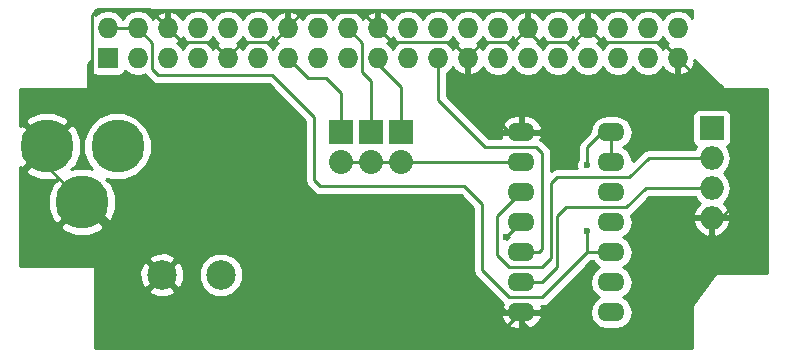
<source format=gbr>
G04 #@! TF.FileFunction,Copper,L1,Top,Signal*
%FSLAX46Y46*%
G04 Gerber Fmt 4.6, Leading zero omitted, Abs format (unit mm)*
G04 Created by KiCad (PCBNEW 4.0.6-e0-6349~53~ubuntu16.04.1) date Fri Jun 23 16:13:46 2017*
%MOMM*%
%LPD*%
G01*
G04 APERTURE LIST*
%ADD10C,0.100000*%
%ADD11R,1.727200X1.727200*%
%ADD12O,1.727200X1.727200*%
%ADD13C,4.500000*%
%ADD14C,2.500000*%
%ADD15O,1.998980X1.998980*%
%ADD16R,1.998980X1.998980*%
%ADD17R,2.032000X2.032000*%
%ADD18O,2.032000X2.032000*%
%ADD19O,2.300000X1.600000*%
%ADD20C,0.600000*%
%ADD21C,0.250000*%
%ADD22C,0.254000*%
G04 APERTURE END LIST*
D10*
D11*
X20870000Y-29270000D03*
D12*
X20870000Y-26730000D03*
X23410000Y-29270000D03*
X23410000Y-26730000D03*
X25950000Y-29270000D03*
X25950000Y-26730000D03*
X28490000Y-29270000D03*
X28490000Y-26730000D03*
X31030000Y-29270000D03*
X31030000Y-26730000D03*
X33570000Y-29270000D03*
X33570000Y-26730000D03*
X36110000Y-29270000D03*
X36110000Y-26730000D03*
X38650000Y-29270000D03*
X38650000Y-26730000D03*
X41190000Y-29270000D03*
X41190000Y-26730000D03*
X43730000Y-29270000D03*
X43730000Y-26730000D03*
X46270000Y-29270000D03*
X46270000Y-26730000D03*
X48810000Y-29270000D03*
X48810000Y-26730000D03*
X51350000Y-29270000D03*
X51350000Y-26730000D03*
X53890000Y-29270000D03*
X53890000Y-26730000D03*
X56430000Y-29270000D03*
X56430000Y-26730000D03*
X58970000Y-29270000D03*
X58970000Y-26730000D03*
X61510000Y-29270000D03*
X61510000Y-26730000D03*
X64050000Y-29270000D03*
X64050000Y-26730000D03*
X66590000Y-29270000D03*
X66590000Y-26730000D03*
X69130000Y-29270000D03*
X69130000Y-26730000D03*
D13*
X21700140Y-36750000D03*
X15700660Y-36750000D03*
X18700400Y-41449000D03*
D14*
X25440000Y-47625000D03*
X30440000Y-47625000D03*
D15*
X72000000Y-42810000D03*
D16*
X72000000Y-35190000D03*
D15*
X72000000Y-37730000D03*
X72000000Y-40270000D03*
D17*
X45720000Y-35560000D03*
D18*
X45720000Y-38100000D03*
D17*
X40640000Y-35560000D03*
D18*
X40640000Y-38100000D03*
D17*
X43180000Y-35560000D03*
D18*
X43180000Y-38100000D03*
D19*
X55880000Y-35560000D03*
X55880000Y-38100000D03*
X55880000Y-40640000D03*
X55880000Y-43180000D03*
X55880000Y-45720000D03*
X55880000Y-48260000D03*
X55880000Y-50800000D03*
X63500000Y-50800000D03*
X63500000Y-48260000D03*
X63500000Y-45720000D03*
X63500000Y-43180000D03*
X63500000Y-40640000D03*
X63500000Y-38100000D03*
X63500000Y-35560000D03*
D20*
X54102000Y-50292000D03*
X54610000Y-44450000D03*
X61468000Y-43942000D03*
X61468000Y-38354000D03*
D21*
X18700400Y-41449000D02*
X19264000Y-41449000D01*
X19264000Y-41449000D02*
X25440000Y-47625000D01*
X25654000Y-52832000D02*
X25400000Y-52832000D01*
X55880000Y-50800000D02*
X53848000Y-52832000D01*
X25654000Y-52832000D02*
X53848000Y-52832000D01*
X24130000Y-48935000D02*
X25440000Y-47625000D01*
X24130000Y-51562000D02*
X24130000Y-48935000D01*
X25400000Y-52832000D02*
X24130000Y-51562000D01*
X15700660Y-36750000D02*
X15828000Y-36750000D01*
X15828000Y-36750000D02*
X19558000Y-33020000D01*
X24366000Y-25146000D02*
X25950000Y-26730000D01*
X20066000Y-25146000D02*
X24366000Y-25146000D01*
X19558000Y-25654000D02*
X20066000Y-25146000D01*
X19558000Y-33020000D02*
X19558000Y-25654000D01*
X55880000Y-43180000D02*
X54610000Y-44450000D01*
X54610000Y-50800000D02*
X55880000Y-50800000D01*
X54102000Y-50292000D02*
X54610000Y-50800000D01*
X55880000Y-50800000D02*
X55880000Y-51562000D01*
X55880000Y-51562000D02*
X57150000Y-52832000D01*
X72000000Y-47126000D02*
X72000000Y-42810000D01*
X66294000Y-52832000D02*
X72000000Y-47126000D01*
X57150000Y-52832000D02*
X66294000Y-52832000D01*
X15700660Y-36750000D02*
X15700660Y-38449260D01*
X15700660Y-38449260D02*
X18700400Y-41449000D01*
X72000000Y-42810000D02*
X72760000Y-42810000D01*
X72760000Y-42810000D02*
X73914000Y-41656000D01*
X73914000Y-41656000D02*
X73914000Y-34054000D01*
X73914000Y-34054000D02*
X69130000Y-29270000D01*
X61510000Y-26730000D02*
X61528000Y-26730000D01*
X61528000Y-26730000D02*
X62738000Y-27940000D01*
X67800000Y-27940000D02*
X69130000Y-29270000D01*
X62738000Y-27940000D02*
X67800000Y-27940000D01*
X56430000Y-26730000D02*
X56430000Y-26966000D01*
X56430000Y-26966000D02*
X57404000Y-27940000D01*
X60300000Y-27940000D02*
X61510000Y-26730000D01*
X57404000Y-27940000D02*
X60300000Y-27940000D01*
X51350000Y-29270000D02*
X51350000Y-29168000D01*
X51350000Y-29168000D02*
X52578000Y-27940000D01*
X55220000Y-27940000D02*
X56430000Y-26730000D01*
X52578000Y-27940000D02*
X55220000Y-27940000D01*
X43730000Y-26730000D02*
X43748000Y-26730000D01*
X43748000Y-26730000D02*
X44958000Y-27940000D01*
X50020000Y-27940000D02*
X51350000Y-29270000D01*
X44958000Y-27940000D02*
X50020000Y-27940000D01*
X36110000Y-26730000D02*
X36110000Y-26628000D01*
X36110000Y-26628000D02*
X37338000Y-25400000D01*
X42400000Y-25400000D02*
X43730000Y-26730000D01*
X37338000Y-25400000D02*
X42400000Y-25400000D01*
X31030000Y-29270000D02*
X31030000Y-29168000D01*
X31030000Y-29168000D02*
X32258000Y-27940000D01*
X34900000Y-27940000D02*
X36110000Y-26730000D01*
X32258000Y-27940000D02*
X34900000Y-27940000D01*
X25950000Y-26730000D02*
X25968000Y-26730000D01*
X25968000Y-26730000D02*
X27178000Y-27940000D01*
X27178000Y-27940000D02*
X29700000Y-27940000D01*
X29700000Y-27940000D02*
X31030000Y-29270000D01*
X55880000Y-35560000D02*
X54864000Y-35560000D01*
X54864000Y-35560000D02*
X51350000Y-32046000D01*
X51350000Y-32046000D02*
X51350000Y-29270000D01*
X63500000Y-35560000D02*
X62738000Y-35560000D01*
X62738000Y-35560000D02*
X61468000Y-36830000D01*
X61468000Y-43942000D02*
X61468000Y-45720000D01*
X61468000Y-36830000D02*
X61468000Y-38354000D01*
X63500000Y-35560000D02*
X63500000Y-38100000D01*
X23410000Y-26730000D02*
X20870000Y-26730000D01*
X63500000Y-45720000D02*
X61468000Y-45720000D01*
X24638000Y-27958000D02*
X23410000Y-26730000D01*
X24638000Y-30226000D02*
X24638000Y-27958000D01*
X25146000Y-30734000D02*
X24638000Y-30226000D01*
X34798000Y-30734000D02*
X25146000Y-30734000D01*
X38354000Y-34290000D02*
X34798000Y-30734000D01*
X38354000Y-39624000D02*
X38354000Y-34290000D01*
X38862000Y-40132000D02*
X38354000Y-39624000D01*
X51054000Y-40132000D02*
X38862000Y-40132000D01*
X52578000Y-41656000D02*
X51054000Y-40132000D01*
X52578000Y-47244000D02*
X52578000Y-41656000D01*
X54864000Y-49530000D02*
X52578000Y-47244000D01*
X57658000Y-49530000D02*
X54864000Y-49530000D01*
X61468000Y-45720000D02*
X57658000Y-49530000D01*
X40640000Y-35560000D02*
X40640000Y-32258000D01*
X37828000Y-30988000D02*
X36110000Y-29270000D01*
X39370000Y-30988000D02*
X37828000Y-30988000D01*
X40640000Y-32258000D02*
X39370000Y-30988000D01*
X43180000Y-35560000D02*
X43180000Y-31242000D01*
X42418000Y-27958000D02*
X41190000Y-26730000D01*
X42418000Y-30480000D02*
X42418000Y-27958000D01*
X43180000Y-31242000D02*
X42418000Y-30480000D01*
X45720000Y-35560000D02*
X45720000Y-31750000D01*
X45720000Y-31750000D02*
X43730000Y-29760000D01*
X43730000Y-29760000D02*
X43730000Y-29270000D01*
X55880000Y-45720000D02*
X57404000Y-45720000D01*
X48810000Y-32808000D02*
X48810000Y-29270000D01*
X52832000Y-36830000D02*
X48810000Y-32808000D01*
X57150000Y-36830000D02*
X52832000Y-36830000D01*
X57658000Y-37338000D02*
X57150000Y-36830000D01*
X57658000Y-45466000D02*
X57658000Y-37338000D01*
X57404000Y-45720000D02*
X57658000Y-45466000D01*
X40640000Y-38100000D02*
X43180000Y-38100000D01*
X43180000Y-38100000D02*
X45720000Y-38100000D01*
X45720000Y-38100000D02*
X55880000Y-38100000D01*
X72000000Y-37730000D02*
X66664000Y-37730000D01*
X53848000Y-42672000D02*
X55880000Y-40640000D01*
X53848000Y-45974000D02*
X53848000Y-42672000D01*
X54864000Y-46990000D02*
X53848000Y-45974000D01*
X57658000Y-46990000D02*
X54864000Y-46990000D01*
X58420000Y-46228000D02*
X57658000Y-46990000D01*
X58420000Y-39878000D02*
X58420000Y-46228000D01*
X58928000Y-39370000D02*
X58420000Y-39878000D01*
X65024000Y-39370000D02*
X58928000Y-39370000D01*
X66664000Y-37730000D02*
X65024000Y-39370000D01*
X72000000Y-40270000D02*
X66410000Y-40270000D01*
X57658000Y-48260000D02*
X55880000Y-48260000D01*
X58928000Y-46990000D02*
X57658000Y-48260000D01*
X58928000Y-42614002D02*
X58928000Y-46990000D01*
X59632002Y-41910000D02*
X58928000Y-42614002D01*
X64770000Y-41910000D02*
X59632002Y-41910000D01*
X66410000Y-40270000D02*
X64770000Y-41910000D01*
D22*
G36*
X51477000Y-29143000D02*
X51497000Y-29143000D01*
X51497000Y-29397000D01*
X51477000Y-29397000D01*
X51477000Y-30603817D01*
X51709026Y-30724958D01*
X52124947Y-30552688D01*
X52556821Y-30158490D01*
X52614336Y-30035772D01*
X52830330Y-30359029D01*
X53316511Y-30683885D01*
X53890000Y-30797959D01*
X54463489Y-30683885D01*
X54949670Y-30359029D01*
X55160000Y-30044248D01*
X55370330Y-30359029D01*
X55856511Y-30683885D01*
X56430000Y-30797959D01*
X57003489Y-30683885D01*
X57489670Y-30359029D01*
X57700000Y-30044248D01*
X57910330Y-30359029D01*
X58396511Y-30683885D01*
X58970000Y-30797959D01*
X59543489Y-30683885D01*
X60029670Y-30359029D01*
X60240000Y-30044248D01*
X60450330Y-30359029D01*
X60936511Y-30683885D01*
X61510000Y-30797959D01*
X62083489Y-30683885D01*
X62569670Y-30359029D01*
X62780000Y-30044248D01*
X62990330Y-30359029D01*
X63476511Y-30683885D01*
X64050000Y-30797959D01*
X64623489Y-30683885D01*
X65109670Y-30359029D01*
X65320000Y-30044248D01*
X65530330Y-30359029D01*
X66016511Y-30683885D01*
X66590000Y-30797959D01*
X67163489Y-30683885D01*
X67649670Y-30359029D01*
X67865664Y-30035772D01*
X67923179Y-30158490D01*
X68355053Y-30552688D01*
X68770974Y-30724958D01*
X69003000Y-30603817D01*
X69003000Y-29397000D01*
X68983000Y-29397000D01*
X68983000Y-29143000D01*
X69003000Y-29143000D01*
X69003000Y-29123000D01*
X69257000Y-29123000D01*
X69257000Y-29143000D01*
X69277000Y-29143000D01*
X69277000Y-29397000D01*
X69257000Y-29397000D01*
X69257000Y-30603817D01*
X69489026Y-30724958D01*
X69904947Y-30552688D01*
X70336821Y-30158490D01*
X70584968Y-29629027D01*
X70464470Y-29397002D01*
X70492396Y-29397002D01*
X72935197Y-31839803D01*
X72977211Y-31867666D01*
X73025000Y-31877000D01*
X76708000Y-31877000D01*
X76708000Y-47498000D01*
X72390000Y-47498000D01*
X72340590Y-47508006D01*
X72288400Y-47548800D01*
X70383400Y-50088800D01*
X70361759Y-50134332D01*
X70358000Y-50165000D01*
X70358000Y-53815000D01*
X19812000Y-53815000D01*
X19812000Y-51149039D01*
X54138096Y-51149039D01*
X54155633Y-51231819D01*
X54425500Y-51724896D01*
X54863517Y-52077166D01*
X55403000Y-52235000D01*
X55753000Y-52235000D01*
X55753000Y-50927000D01*
X56007000Y-50927000D01*
X56007000Y-52235000D01*
X56357000Y-52235000D01*
X56896483Y-52077166D01*
X57334500Y-51724896D01*
X57604367Y-51231819D01*
X57621904Y-51149039D01*
X57499915Y-50927000D01*
X56007000Y-50927000D01*
X55753000Y-50927000D01*
X54260085Y-50927000D01*
X54138096Y-51149039D01*
X19812000Y-51149039D01*
X19812000Y-48958320D01*
X24286285Y-48958320D01*
X24415533Y-49251123D01*
X25115806Y-49519388D01*
X25865435Y-49499250D01*
X26464467Y-49251123D01*
X26593715Y-48958320D01*
X25440000Y-47804605D01*
X24286285Y-48958320D01*
X19812000Y-48958320D01*
X19812000Y-47300806D01*
X23545612Y-47300806D01*
X23565750Y-48050435D01*
X23813877Y-48649467D01*
X24106680Y-48778715D01*
X25260395Y-47625000D01*
X25619605Y-47625000D01*
X26773320Y-48778715D01*
X27066123Y-48649467D01*
X27315574Y-47998305D01*
X28554674Y-47998305D01*
X28841043Y-48691372D01*
X29370839Y-49222093D01*
X30063405Y-49509672D01*
X30813305Y-49510326D01*
X31506372Y-49223957D01*
X32037093Y-48694161D01*
X32324672Y-48001595D01*
X32325326Y-47251695D01*
X32038957Y-46558628D01*
X31509161Y-46027907D01*
X30816595Y-45740328D01*
X30066695Y-45739674D01*
X29373628Y-46026043D01*
X28842907Y-46555839D01*
X28555328Y-47248405D01*
X28554674Y-47998305D01*
X27315574Y-47998305D01*
X27334388Y-47949194D01*
X27314250Y-47199565D01*
X27066123Y-46600533D01*
X26773320Y-46471285D01*
X25619605Y-47625000D01*
X25260395Y-47625000D01*
X24106680Y-46471285D01*
X23813877Y-46600533D01*
X23545612Y-47300806D01*
X19812000Y-47300806D01*
X19812000Y-46990000D01*
X19801994Y-46940590D01*
X19773553Y-46898965D01*
X19731159Y-46871685D01*
X19685000Y-46863000D01*
X13462000Y-46863000D01*
X13462000Y-46291680D01*
X24286285Y-46291680D01*
X25440000Y-47445395D01*
X26593715Y-46291680D01*
X26464467Y-45998877D01*
X25764194Y-45730612D01*
X25014565Y-45750750D01*
X24415533Y-45998877D01*
X24286285Y-46291680D01*
X13462000Y-46291680D01*
X13462000Y-43504467D01*
X16824538Y-43504467D01*
X17075775Y-43901169D01*
X18137846Y-44336227D01*
X19285562Y-44331730D01*
X20325025Y-43901169D01*
X20576262Y-43504467D01*
X18700400Y-41628605D01*
X16824538Y-43504467D01*
X13462000Y-43504467D01*
X13462000Y-38805467D01*
X13824798Y-38805467D01*
X14076035Y-39202169D01*
X15138106Y-39637227D01*
X16285822Y-39632730D01*
X16581887Y-39510095D01*
X16644931Y-39573139D01*
X16248231Y-39824375D01*
X15813173Y-40886446D01*
X15817670Y-42034162D01*
X16248231Y-43073625D01*
X16644933Y-43324862D01*
X18520795Y-41449000D01*
X18506653Y-41434858D01*
X18686258Y-41255253D01*
X18700400Y-41269395D01*
X18714543Y-41255253D01*
X18894148Y-41434858D01*
X18880005Y-41449000D01*
X20755867Y-43324862D01*
X21152569Y-43073625D01*
X21587627Y-42011554D01*
X21583130Y-40863838D01*
X21152569Y-39824375D01*
X20755869Y-39573139D01*
X20820454Y-39508554D01*
X21123760Y-39634498D01*
X22271484Y-39635499D01*
X23332226Y-39197210D01*
X24144497Y-38386355D01*
X24584638Y-37326380D01*
X24585639Y-36178656D01*
X24147350Y-35117914D01*
X23336495Y-34305643D01*
X22276520Y-33865502D01*
X21128796Y-33864501D01*
X20068054Y-34302790D01*
X19255783Y-35113645D01*
X18815642Y-36173620D01*
X18814641Y-37321344D01*
X19252930Y-38382086D01*
X19549462Y-38679136D01*
X19262954Y-38561773D01*
X18115238Y-38566270D01*
X17819173Y-38688905D01*
X17756129Y-38625861D01*
X18152829Y-38374625D01*
X18587887Y-37312554D01*
X18583390Y-36164838D01*
X18152829Y-35125375D01*
X17756127Y-34874138D01*
X15880265Y-36750000D01*
X15894408Y-36764143D01*
X15714803Y-36943748D01*
X15700660Y-36929605D01*
X13824798Y-38805467D01*
X13462000Y-38805467D01*
X13462000Y-38509843D01*
X13645193Y-38625862D01*
X15521055Y-36750000D01*
X13645193Y-34874138D01*
X13462000Y-34990157D01*
X13462000Y-34694533D01*
X13824798Y-34694533D01*
X15700660Y-36570395D01*
X17576522Y-34694533D01*
X17325285Y-34297831D01*
X16263214Y-33862773D01*
X15115498Y-33867270D01*
X14076035Y-34297831D01*
X13824798Y-34694533D01*
X13462000Y-34694533D01*
X13462000Y-31877000D01*
X19050000Y-31877000D01*
X19099410Y-31866994D01*
X19141035Y-31838553D01*
X19168315Y-31796159D01*
X19177000Y-31750000D01*
X19177000Y-29874980D01*
X19358960Y-29511060D01*
X19358960Y-30133600D01*
X19403238Y-30368917D01*
X19542310Y-30585041D01*
X19754510Y-30730031D01*
X20006400Y-30781040D01*
X21733600Y-30781040D01*
X21968917Y-30736762D01*
X22185041Y-30597690D01*
X22330031Y-30385490D01*
X22338864Y-30341869D01*
X22350330Y-30359029D01*
X22836511Y-30683885D01*
X23410000Y-30797959D01*
X23983489Y-30683885D01*
X24027721Y-30654330D01*
X24100599Y-30763401D01*
X24608599Y-31271401D01*
X24855161Y-31436148D01*
X25146000Y-31494000D01*
X34483198Y-31494000D01*
X37594000Y-34604802D01*
X37594000Y-39624000D01*
X37651852Y-39914839D01*
X37816599Y-40161401D01*
X38324599Y-40669401D01*
X38571161Y-40834148D01*
X38862000Y-40892000D01*
X50739198Y-40892000D01*
X51818000Y-41970802D01*
X51818000Y-47244000D01*
X51875852Y-47534839D01*
X52040599Y-47781401D01*
X54322498Y-50063300D01*
X54155633Y-50368181D01*
X54138096Y-50450961D01*
X54260085Y-50673000D01*
X55753000Y-50673000D01*
X55753000Y-50653000D01*
X56007000Y-50653000D01*
X56007000Y-50673000D01*
X57499915Y-50673000D01*
X57621904Y-50450961D01*
X57604367Y-50368181D01*
X57561578Y-50290000D01*
X57658000Y-50290000D01*
X57948839Y-50232148D01*
X58195401Y-50067401D01*
X61782802Y-46480000D01*
X61930148Y-46480000D01*
X62100332Y-46734698D01*
X62482418Y-46990000D01*
X62100332Y-47245302D01*
X61789263Y-47710849D01*
X61680030Y-48260000D01*
X61789263Y-48809151D01*
X62100332Y-49274698D01*
X62482418Y-49530000D01*
X62100332Y-49785302D01*
X61789263Y-50250849D01*
X61680030Y-50800000D01*
X61789263Y-51349151D01*
X62100332Y-51814698D01*
X62565879Y-52125767D01*
X63115030Y-52235000D01*
X63884970Y-52235000D01*
X64434121Y-52125767D01*
X64899668Y-51814698D01*
X65210737Y-51349151D01*
X65319970Y-50800000D01*
X65210737Y-50250849D01*
X64899668Y-49785302D01*
X64517582Y-49530000D01*
X64899668Y-49274698D01*
X65210737Y-48809151D01*
X65319970Y-48260000D01*
X65210737Y-47710849D01*
X64899668Y-47245302D01*
X64517582Y-46990000D01*
X64899668Y-46734698D01*
X65210737Y-46269151D01*
X65319970Y-45720000D01*
X65210737Y-45170849D01*
X64899668Y-44705302D01*
X64517582Y-44450000D01*
X64899668Y-44194698D01*
X65210737Y-43729151D01*
X65317910Y-43190355D01*
X70410373Y-43190355D01*
X70676932Y-43769726D01*
X71144916Y-44202987D01*
X71619646Y-44399619D01*
X71873000Y-44280265D01*
X71873000Y-42937000D01*
X72127000Y-42937000D01*
X72127000Y-44280265D01*
X72380354Y-44399619D01*
X72855084Y-44202987D01*
X73323068Y-43769726D01*
X73589627Y-43190355D01*
X73470807Y-42937000D01*
X72127000Y-42937000D01*
X71873000Y-42937000D01*
X70529193Y-42937000D01*
X70410373Y-43190355D01*
X65317910Y-43190355D01*
X65319970Y-43180000D01*
X65210737Y-42630849D01*
X65155831Y-42548677D01*
X65307401Y-42447401D01*
X66724802Y-41030000D01*
X70558407Y-41030000D01*
X70844241Y-41457781D01*
X70993300Y-41557379D01*
X70676932Y-41850274D01*
X70410373Y-42429645D01*
X70529193Y-42683000D01*
X71873000Y-42683000D01*
X71873000Y-42663000D01*
X72127000Y-42663000D01*
X72127000Y-42683000D01*
X73470807Y-42683000D01*
X73589627Y-42429645D01*
X73323068Y-41850274D01*
X73006700Y-41557379D01*
X73155759Y-41457781D01*
X73510072Y-40927514D01*
X73634490Y-40302022D01*
X73634490Y-40237978D01*
X73510072Y-39612486D01*
X73155759Y-39082219D01*
X73032710Y-39000000D01*
X73155759Y-38917781D01*
X73510072Y-38387514D01*
X73634490Y-37762022D01*
X73634490Y-37697978D01*
X73510072Y-37072486D01*
X73296547Y-36752923D01*
X73450931Y-36653580D01*
X73595921Y-36441380D01*
X73646930Y-36189490D01*
X73646930Y-34190510D01*
X73602652Y-33955193D01*
X73463580Y-33739069D01*
X73251380Y-33594079D01*
X72999490Y-33543070D01*
X71000510Y-33543070D01*
X70765193Y-33587348D01*
X70549069Y-33726420D01*
X70404079Y-33938620D01*
X70353070Y-34190510D01*
X70353070Y-36189490D01*
X70397348Y-36424807D01*
X70536420Y-36640931D01*
X70702473Y-36754390D01*
X70558407Y-36970000D01*
X66664000Y-36970000D01*
X66373160Y-37027852D01*
X66126599Y-37192599D01*
X65303251Y-38015947D01*
X65210737Y-37550849D01*
X64899668Y-37085302D01*
X64517582Y-36830000D01*
X64899668Y-36574698D01*
X65210737Y-36109151D01*
X65319970Y-35560000D01*
X65210737Y-35010849D01*
X64899668Y-34545302D01*
X64434121Y-34234233D01*
X63884970Y-34125000D01*
X63115030Y-34125000D01*
X62565879Y-34234233D01*
X62100332Y-34545302D01*
X61789263Y-35010849D01*
X61684209Y-35538989D01*
X60930599Y-36292599D01*
X60765852Y-36539161D01*
X60708000Y-36830000D01*
X60708000Y-37791537D01*
X60675808Y-37823673D01*
X60533162Y-38167201D01*
X60532838Y-38539167D01*
X60562106Y-38610000D01*
X58928000Y-38610000D01*
X58637161Y-38667852D01*
X58637159Y-38667853D01*
X58637160Y-38667853D01*
X58418000Y-38814290D01*
X58418000Y-37338000D01*
X58360148Y-37047161D01*
X58195401Y-36800599D01*
X57687401Y-36292599D01*
X57506062Y-36171433D01*
X57604367Y-35991819D01*
X57621904Y-35909039D01*
X57499915Y-35687000D01*
X56007000Y-35687000D01*
X56007000Y-35707000D01*
X55753000Y-35707000D01*
X55753000Y-35687000D01*
X54260085Y-35687000D01*
X54138096Y-35909039D01*
X54155633Y-35991819D01*
X54198422Y-36070000D01*
X53146802Y-36070000D01*
X52287763Y-35210961D01*
X54138096Y-35210961D01*
X54260085Y-35433000D01*
X55753000Y-35433000D01*
X55753000Y-34125000D01*
X56007000Y-34125000D01*
X56007000Y-35433000D01*
X57499915Y-35433000D01*
X57621904Y-35210961D01*
X57604367Y-35128181D01*
X57334500Y-34635104D01*
X56896483Y-34282834D01*
X56357000Y-34125000D01*
X56007000Y-34125000D01*
X55753000Y-34125000D01*
X55403000Y-34125000D01*
X54863517Y-34282834D01*
X54425500Y-34635104D01*
X54155633Y-35128181D01*
X54138096Y-35210961D01*
X52287763Y-35210961D01*
X49570000Y-32493198D01*
X49570000Y-30559262D01*
X49869670Y-30359029D01*
X50085664Y-30035772D01*
X50143179Y-30158490D01*
X50575053Y-30552688D01*
X50990974Y-30724958D01*
X51223000Y-30603817D01*
X51223000Y-29397000D01*
X51203000Y-29397000D01*
X51203000Y-29143000D01*
X51223000Y-29143000D01*
X51223000Y-29123000D01*
X51477000Y-29123000D01*
X51477000Y-29143000D01*
X51477000Y-29143000D01*
G37*
X51477000Y-29143000D02*
X51497000Y-29143000D01*
X51497000Y-29397000D01*
X51477000Y-29397000D01*
X51477000Y-30603817D01*
X51709026Y-30724958D01*
X52124947Y-30552688D01*
X52556821Y-30158490D01*
X52614336Y-30035772D01*
X52830330Y-30359029D01*
X53316511Y-30683885D01*
X53890000Y-30797959D01*
X54463489Y-30683885D01*
X54949670Y-30359029D01*
X55160000Y-30044248D01*
X55370330Y-30359029D01*
X55856511Y-30683885D01*
X56430000Y-30797959D01*
X57003489Y-30683885D01*
X57489670Y-30359029D01*
X57700000Y-30044248D01*
X57910330Y-30359029D01*
X58396511Y-30683885D01*
X58970000Y-30797959D01*
X59543489Y-30683885D01*
X60029670Y-30359029D01*
X60240000Y-30044248D01*
X60450330Y-30359029D01*
X60936511Y-30683885D01*
X61510000Y-30797959D01*
X62083489Y-30683885D01*
X62569670Y-30359029D01*
X62780000Y-30044248D01*
X62990330Y-30359029D01*
X63476511Y-30683885D01*
X64050000Y-30797959D01*
X64623489Y-30683885D01*
X65109670Y-30359029D01*
X65320000Y-30044248D01*
X65530330Y-30359029D01*
X66016511Y-30683885D01*
X66590000Y-30797959D01*
X67163489Y-30683885D01*
X67649670Y-30359029D01*
X67865664Y-30035772D01*
X67923179Y-30158490D01*
X68355053Y-30552688D01*
X68770974Y-30724958D01*
X69003000Y-30603817D01*
X69003000Y-29397000D01*
X68983000Y-29397000D01*
X68983000Y-29143000D01*
X69003000Y-29143000D01*
X69003000Y-29123000D01*
X69257000Y-29123000D01*
X69257000Y-29143000D01*
X69277000Y-29143000D01*
X69277000Y-29397000D01*
X69257000Y-29397000D01*
X69257000Y-30603817D01*
X69489026Y-30724958D01*
X69904947Y-30552688D01*
X70336821Y-30158490D01*
X70584968Y-29629027D01*
X70464470Y-29397002D01*
X70492396Y-29397002D01*
X72935197Y-31839803D01*
X72977211Y-31867666D01*
X73025000Y-31877000D01*
X76708000Y-31877000D01*
X76708000Y-47498000D01*
X72390000Y-47498000D01*
X72340590Y-47508006D01*
X72288400Y-47548800D01*
X70383400Y-50088800D01*
X70361759Y-50134332D01*
X70358000Y-50165000D01*
X70358000Y-53815000D01*
X19812000Y-53815000D01*
X19812000Y-51149039D01*
X54138096Y-51149039D01*
X54155633Y-51231819D01*
X54425500Y-51724896D01*
X54863517Y-52077166D01*
X55403000Y-52235000D01*
X55753000Y-52235000D01*
X55753000Y-50927000D01*
X56007000Y-50927000D01*
X56007000Y-52235000D01*
X56357000Y-52235000D01*
X56896483Y-52077166D01*
X57334500Y-51724896D01*
X57604367Y-51231819D01*
X57621904Y-51149039D01*
X57499915Y-50927000D01*
X56007000Y-50927000D01*
X55753000Y-50927000D01*
X54260085Y-50927000D01*
X54138096Y-51149039D01*
X19812000Y-51149039D01*
X19812000Y-48958320D01*
X24286285Y-48958320D01*
X24415533Y-49251123D01*
X25115806Y-49519388D01*
X25865435Y-49499250D01*
X26464467Y-49251123D01*
X26593715Y-48958320D01*
X25440000Y-47804605D01*
X24286285Y-48958320D01*
X19812000Y-48958320D01*
X19812000Y-47300806D01*
X23545612Y-47300806D01*
X23565750Y-48050435D01*
X23813877Y-48649467D01*
X24106680Y-48778715D01*
X25260395Y-47625000D01*
X25619605Y-47625000D01*
X26773320Y-48778715D01*
X27066123Y-48649467D01*
X27315574Y-47998305D01*
X28554674Y-47998305D01*
X28841043Y-48691372D01*
X29370839Y-49222093D01*
X30063405Y-49509672D01*
X30813305Y-49510326D01*
X31506372Y-49223957D01*
X32037093Y-48694161D01*
X32324672Y-48001595D01*
X32325326Y-47251695D01*
X32038957Y-46558628D01*
X31509161Y-46027907D01*
X30816595Y-45740328D01*
X30066695Y-45739674D01*
X29373628Y-46026043D01*
X28842907Y-46555839D01*
X28555328Y-47248405D01*
X28554674Y-47998305D01*
X27315574Y-47998305D01*
X27334388Y-47949194D01*
X27314250Y-47199565D01*
X27066123Y-46600533D01*
X26773320Y-46471285D01*
X25619605Y-47625000D01*
X25260395Y-47625000D01*
X24106680Y-46471285D01*
X23813877Y-46600533D01*
X23545612Y-47300806D01*
X19812000Y-47300806D01*
X19812000Y-46990000D01*
X19801994Y-46940590D01*
X19773553Y-46898965D01*
X19731159Y-46871685D01*
X19685000Y-46863000D01*
X13462000Y-46863000D01*
X13462000Y-46291680D01*
X24286285Y-46291680D01*
X25440000Y-47445395D01*
X26593715Y-46291680D01*
X26464467Y-45998877D01*
X25764194Y-45730612D01*
X25014565Y-45750750D01*
X24415533Y-45998877D01*
X24286285Y-46291680D01*
X13462000Y-46291680D01*
X13462000Y-43504467D01*
X16824538Y-43504467D01*
X17075775Y-43901169D01*
X18137846Y-44336227D01*
X19285562Y-44331730D01*
X20325025Y-43901169D01*
X20576262Y-43504467D01*
X18700400Y-41628605D01*
X16824538Y-43504467D01*
X13462000Y-43504467D01*
X13462000Y-38805467D01*
X13824798Y-38805467D01*
X14076035Y-39202169D01*
X15138106Y-39637227D01*
X16285822Y-39632730D01*
X16581887Y-39510095D01*
X16644931Y-39573139D01*
X16248231Y-39824375D01*
X15813173Y-40886446D01*
X15817670Y-42034162D01*
X16248231Y-43073625D01*
X16644933Y-43324862D01*
X18520795Y-41449000D01*
X18506653Y-41434858D01*
X18686258Y-41255253D01*
X18700400Y-41269395D01*
X18714543Y-41255253D01*
X18894148Y-41434858D01*
X18880005Y-41449000D01*
X20755867Y-43324862D01*
X21152569Y-43073625D01*
X21587627Y-42011554D01*
X21583130Y-40863838D01*
X21152569Y-39824375D01*
X20755869Y-39573139D01*
X20820454Y-39508554D01*
X21123760Y-39634498D01*
X22271484Y-39635499D01*
X23332226Y-39197210D01*
X24144497Y-38386355D01*
X24584638Y-37326380D01*
X24585639Y-36178656D01*
X24147350Y-35117914D01*
X23336495Y-34305643D01*
X22276520Y-33865502D01*
X21128796Y-33864501D01*
X20068054Y-34302790D01*
X19255783Y-35113645D01*
X18815642Y-36173620D01*
X18814641Y-37321344D01*
X19252930Y-38382086D01*
X19549462Y-38679136D01*
X19262954Y-38561773D01*
X18115238Y-38566270D01*
X17819173Y-38688905D01*
X17756129Y-38625861D01*
X18152829Y-38374625D01*
X18587887Y-37312554D01*
X18583390Y-36164838D01*
X18152829Y-35125375D01*
X17756127Y-34874138D01*
X15880265Y-36750000D01*
X15894408Y-36764143D01*
X15714803Y-36943748D01*
X15700660Y-36929605D01*
X13824798Y-38805467D01*
X13462000Y-38805467D01*
X13462000Y-38509843D01*
X13645193Y-38625862D01*
X15521055Y-36750000D01*
X13645193Y-34874138D01*
X13462000Y-34990157D01*
X13462000Y-34694533D01*
X13824798Y-34694533D01*
X15700660Y-36570395D01*
X17576522Y-34694533D01*
X17325285Y-34297831D01*
X16263214Y-33862773D01*
X15115498Y-33867270D01*
X14076035Y-34297831D01*
X13824798Y-34694533D01*
X13462000Y-34694533D01*
X13462000Y-31877000D01*
X19050000Y-31877000D01*
X19099410Y-31866994D01*
X19141035Y-31838553D01*
X19168315Y-31796159D01*
X19177000Y-31750000D01*
X19177000Y-29874980D01*
X19358960Y-29511060D01*
X19358960Y-30133600D01*
X19403238Y-30368917D01*
X19542310Y-30585041D01*
X19754510Y-30730031D01*
X20006400Y-30781040D01*
X21733600Y-30781040D01*
X21968917Y-30736762D01*
X22185041Y-30597690D01*
X22330031Y-30385490D01*
X22338864Y-30341869D01*
X22350330Y-30359029D01*
X22836511Y-30683885D01*
X23410000Y-30797959D01*
X23983489Y-30683885D01*
X24027721Y-30654330D01*
X24100599Y-30763401D01*
X24608599Y-31271401D01*
X24855161Y-31436148D01*
X25146000Y-31494000D01*
X34483198Y-31494000D01*
X37594000Y-34604802D01*
X37594000Y-39624000D01*
X37651852Y-39914839D01*
X37816599Y-40161401D01*
X38324599Y-40669401D01*
X38571161Y-40834148D01*
X38862000Y-40892000D01*
X50739198Y-40892000D01*
X51818000Y-41970802D01*
X51818000Y-47244000D01*
X51875852Y-47534839D01*
X52040599Y-47781401D01*
X54322498Y-50063300D01*
X54155633Y-50368181D01*
X54138096Y-50450961D01*
X54260085Y-50673000D01*
X55753000Y-50673000D01*
X55753000Y-50653000D01*
X56007000Y-50653000D01*
X56007000Y-50673000D01*
X57499915Y-50673000D01*
X57621904Y-50450961D01*
X57604367Y-50368181D01*
X57561578Y-50290000D01*
X57658000Y-50290000D01*
X57948839Y-50232148D01*
X58195401Y-50067401D01*
X61782802Y-46480000D01*
X61930148Y-46480000D01*
X62100332Y-46734698D01*
X62482418Y-46990000D01*
X62100332Y-47245302D01*
X61789263Y-47710849D01*
X61680030Y-48260000D01*
X61789263Y-48809151D01*
X62100332Y-49274698D01*
X62482418Y-49530000D01*
X62100332Y-49785302D01*
X61789263Y-50250849D01*
X61680030Y-50800000D01*
X61789263Y-51349151D01*
X62100332Y-51814698D01*
X62565879Y-52125767D01*
X63115030Y-52235000D01*
X63884970Y-52235000D01*
X64434121Y-52125767D01*
X64899668Y-51814698D01*
X65210737Y-51349151D01*
X65319970Y-50800000D01*
X65210737Y-50250849D01*
X64899668Y-49785302D01*
X64517582Y-49530000D01*
X64899668Y-49274698D01*
X65210737Y-48809151D01*
X65319970Y-48260000D01*
X65210737Y-47710849D01*
X64899668Y-47245302D01*
X64517582Y-46990000D01*
X64899668Y-46734698D01*
X65210737Y-46269151D01*
X65319970Y-45720000D01*
X65210737Y-45170849D01*
X64899668Y-44705302D01*
X64517582Y-44450000D01*
X64899668Y-44194698D01*
X65210737Y-43729151D01*
X65317910Y-43190355D01*
X70410373Y-43190355D01*
X70676932Y-43769726D01*
X71144916Y-44202987D01*
X71619646Y-44399619D01*
X71873000Y-44280265D01*
X71873000Y-42937000D01*
X72127000Y-42937000D01*
X72127000Y-44280265D01*
X72380354Y-44399619D01*
X72855084Y-44202987D01*
X73323068Y-43769726D01*
X73589627Y-43190355D01*
X73470807Y-42937000D01*
X72127000Y-42937000D01*
X71873000Y-42937000D01*
X70529193Y-42937000D01*
X70410373Y-43190355D01*
X65317910Y-43190355D01*
X65319970Y-43180000D01*
X65210737Y-42630849D01*
X65155831Y-42548677D01*
X65307401Y-42447401D01*
X66724802Y-41030000D01*
X70558407Y-41030000D01*
X70844241Y-41457781D01*
X70993300Y-41557379D01*
X70676932Y-41850274D01*
X70410373Y-42429645D01*
X70529193Y-42683000D01*
X71873000Y-42683000D01*
X71873000Y-42663000D01*
X72127000Y-42663000D01*
X72127000Y-42683000D01*
X73470807Y-42683000D01*
X73589627Y-42429645D01*
X73323068Y-41850274D01*
X73006700Y-41557379D01*
X73155759Y-41457781D01*
X73510072Y-40927514D01*
X73634490Y-40302022D01*
X73634490Y-40237978D01*
X73510072Y-39612486D01*
X73155759Y-39082219D01*
X73032710Y-39000000D01*
X73155759Y-38917781D01*
X73510072Y-38387514D01*
X73634490Y-37762022D01*
X73634490Y-37697978D01*
X73510072Y-37072486D01*
X73296547Y-36752923D01*
X73450931Y-36653580D01*
X73595921Y-36441380D01*
X73646930Y-36189490D01*
X73646930Y-34190510D01*
X73602652Y-33955193D01*
X73463580Y-33739069D01*
X73251380Y-33594079D01*
X72999490Y-33543070D01*
X71000510Y-33543070D01*
X70765193Y-33587348D01*
X70549069Y-33726420D01*
X70404079Y-33938620D01*
X70353070Y-34190510D01*
X70353070Y-36189490D01*
X70397348Y-36424807D01*
X70536420Y-36640931D01*
X70702473Y-36754390D01*
X70558407Y-36970000D01*
X66664000Y-36970000D01*
X66373160Y-37027852D01*
X66126599Y-37192599D01*
X65303251Y-38015947D01*
X65210737Y-37550849D01*
X64899668Y-37085302D01*
X64517582Y-36830000D01*
X64899668Y-36574698D01*
X65210737Y-36109151D01*
X65319970Y-35560000D01*
X65210737Y-35010849D01*
X64899668Y-34545302D01*
X64434121Y-34234233D01*
X63884970Y-34125000D01*
X63115030Y-34125000D01*
X62565879Y-34234233D01*
X62100332Y-34545302D01*
X61789263Y-35010849D01*
X61684209Y-35538989D01*
X60930599Y-36292599D01*
X60765852Y-36539161D01*
X60708000Y-36830000D01*
X60708000Y-37791537D01*
X60675808Y-37823673D01*
X60533162Y-38167201D01*
X60532838Y-38539167D01*
X60562106Y-38610000D01*
X58928000Y-38610000D01*
X58637161Y-38667852D01*
X58637159Y-38667853D01*
X58637160Y-38667853D01*
X58418000Y-38814290D01*
X58418000Y-37338000D01*
X58360148Y-37047161D01*
X58195401Y-36800599D01*
X57687401Y-36292599D01*
X57506062Y-36171433D01*
X57604367Y-35991819D01*
X57621904Y-35909039D01*
X57499915Y-35687000D01*
X56007000Y-35687000D01*
X56007000Y-35707000D01*
X55753000Y-35707000D01*
X55753000Y-35687000D01*
X54260085Y-35687000D01*
X54138096Y-35909039D01*
X54155633Y-35991819D01*
X54198422Y-36070000D01*
X53146802Y-36070000D01*
X52287763Y-35210961D01*
X54138096Y-35210961D01*
X54260085Y-35433000D01*
X55753000Y-35433000D01*
X55753000Y-34125000D01*
X56007000Y-34125000D01*
X56007000Y-35433000D01*
X57499915Y-35433000D01*
X57621904Y-35210961D01*
X57604367Y-35128181D01*
X57334500Y-34635104D01*
X56896483Y-34282834D01*
X56357000Y-34125000D01*
X56007000Y-34125000D01*
X55753000Y-34125000D01*
X55403000Y-34125000D01*
X54863517Y-34282834D01*
X54425500Y-34635104D01*
X54155633Y-35128181D01*
X54138096Y-35210961D01*
X52287763Y-35210961D01*
X49570000Y-32493198D01*
X49570000Y-30559262D01*
X49869670Y-30359029D01*
X50085664Y-30035772D01*
X50143179Y-30158490D01*
X50575053Y-30552688D01*
X50990974Y-30724958D01*
X51223000Y-30603817D01*
X51223000Y-29397000D01*
X51203000Y-29397000D01*
X51203000Y-29143000D01*
X51223000Y-29143000D01*
X51223000Y-29123000D01*
X51477000Y-29123000D01*
X51477000Y-29143000D01*
G36*
X54858151Y-44452851D02*
X54608000Y-44619997D01*
X54608000Y-44251669D01*
X54858151Y-44452851D01*
X54858151Y-44452851D01*
G37*
X54858151Y-44452851D02*
X54608000Y-44619997D01*
X54608000Y-44251669D01*
X54858151Y-44452851D01*
G36*
X56007000Y-43053000D02*
X56027000Y-43053000D01*
X56027000Y-43307000D01*
X56007000Y-43307000D01*
X56007000Y-43327000D01*
X55753000Y-43327000D01*
X55753000Y-43307000D01*
X55733000Y-43307000D01*
X55733000Y-43053000D01*
X55753000Y-43053000D01*
X55753000Y-43033000D01*
X56007000Y-43033000D01*
X56007000Y-43053000D01*
X56007000Y-43053000D01*
G37*
X56007000Y-43053000D02*
X56027000Y-43053000D01*
X56027000Y-43307000D01*
X56007000Y-43307000D01*
X56007000Y-43327000D01*
X55753000Y-43327000D01*
X55753000Y-43307000D01*
X55733000Y-43307000D01*
X55733000Y-43053000D01*
X55753000Y-43053000D01*
X55753000Y-43033000D01*
X56007000Y-43033000D01*
X56007000Y-43053000D01*
G36*
X31157000Y-29143000D02*
X31177000Y-29143000D01*
X31177000Y-29397000D01*
X31157000Y-29397000D01*
X31157000Y-29417000D01*
X30903000Y-29417000D01*
X30903000Y-29397000D01*
X30883000Y-29397000D01*
X30883000Y-29143000D01*
X30903000Y-29143000D01*
X30903000Y-29123000D01*
X31157000Y-29123000D01*
X31157000Y-29143000D01*
X31157000Y-29143000D01*
G37*
X31157000Y-29143000D02*
X31177000Y-29143000D01*
X31177000Y-29397000D01*
X31157000Y-29397000D01*
X31157000Y-29417000D01*
X30903000Y-29417000D01*
X30903000Y-29397000D01*
X30883000Y-29397000D01*
X30883000Y-29143000D01*
X30903000Y-29143000D01*
X30903000Y-29123000D01*
X31157000Y-29123000D01*
X31157000Y-29143000D01*
G36*
X52830330Y-27819029D02*
X53101172Y-28000000D01*
X52830330Y-28180971D01*
X52614336Y-28504228D01*
X52556821Y-28381510D01*
X52138839Y-27999992D01*
X52409670Y-27819029D01*
X52620000Y-27504248D01*
X52830330Y-27819029D01*
X52830330Y-27819029D01*
G37*
X52830330Y-27819029D02*
X53101172Y-28000000D01*
X52830330Y-28180971D01*
X52614336Y-28504228D01*
X52556821Y-28381510D01*
X52138839Y-27999992D01*
X52409670Y-27819029D01*
X52620000Y-27504248D01*
X52830330Y-27819029D01*
G36*
X50290330Y-27819029D02*
X50561161Y-27999992D01*
X50143179Y-28381510D01*
X50085664Y-28504228D01*
X49869670Y-28180971D01*
X49598828Y-28000000D01*
X49869670Y-27819029D01*
X50080000Y-27504248D01*
X50290330Y-27819029D01*
X50290330Y-27819029D01*
G37*
X50290330Y-27819029D02*
X50561161Y-27999992D01*
X50143179Y-28381510D01*
X50085664Y-28504228D01*
X49869670Y-28180971D01*
X49598828Y-28000000D01*
X49869670Y-27819029D01*
X50080000Y-27504248D01*
X50290330Y-27819029D01*
G36*
X68070330Y-27819029D02*
X68341161Y-27999992D01*
X67923179Y-28381510D01*
X67865664Y-28504228D01*
X67649670Y-28180971D01*
X67378828Y-28000000D01*
X67649670Y-27819029D01*
X67860000Y-27504248D01*
X68070330Y-27819029D01*
X68070330Y-27819029D01*
G37*
X68070330Y-27819029D02*
X68341161Y-27999992D01*
X67923179Y-28381510D01*
X67865664Y-28504228D01*
X67649670Y-28180971D01*
X67378828Y-28000000D01*
X67649670Y-27819029D01*
X67860000Y-27504248D01*
X68070330Y-27819029D01*
G36*
X29970330Y-27819029D02*
X30241161Y-27999992D01*
X29823179Y-28381510D01*
X29765664Y-28504228D01*
X29549670Y-28180971D01*
X29278828Y-28000000D01*
X29549670Y-27819029D01*
X29760000Y-27504248D01*
X29970330Y-27819029D01*
X29970330Y-27819029D01*
G37*
X29970330Y-27819029D02*
X30241161Y-27999992D01*
X29823179Y-28381510D01*
X29765664Y-28504228D01*
X29549670Y-28180971D01*
X29278828Y-28000000D01*
X29549670Y-27819029D01*
X29760000Y-27504248D01*
X29970330Y-27819029D01*
G36*
X32510330Y-27819029D02*
X32781172Y-28000000D01*
X32510330Y-28180971D01*
X32294336Y-28504228D01*
X32236821Y-28381510D01*
X31818839Y-27999992D01*
X32089670Y-27819029D01*
X32300000Y-27504248D01*
X32510330Y-27819029D01*
X32510330Y-27819029D01*
G37*
X32510330Y-27819029D02*
X32781172Y-28000000D01*
X32510330Y-28180971D01*
X32294336Y-28504228D01*
X32236821Y-28381510D01*
X31818839Y-27999992D01*
X32089670Y-27819029D01*
X32300000Y-27504248D01*
X32510330Y-27819029D01*
G36*
X60303179Y-27618490D02*
X60721161Y-28000008D01*
X60450330Y-28180971D01*
X60240000Y-28495752D01*
X60029670Y-28180971D01*
X59758828Y-28000000D01*
X60029670Y-27819029D01*
X60245664Y-27495772D01*
X60303179Y-27618490D01*
X60303179Y-27618490D01*
G37*
X60303179Y-27618490D02*
X60721161Y-28000008D01*
X60450330Y-28180971D01*
X60240000Y-28495752D01*
X60029670Y-28180971D01*
X59758828Y-28000000D01*
X60029670Y-27819029D01*
X60245664Y-27495772D01*
X60303179Y-27618490D01*
G36*
X27430330Y-27819029D02*
X27701172Y-28000000D01*
X27430330Y-28180971D01*
X27220000Y-28495752D01*
X27009670Y-28180971D01*
X26738839Y-28000008D01*
X27156821Y-27618490D01*
X27214336Y-27495772D01*
X27430330Y-27819029D01*
X27430330Y-27819029D01*
G37*
X27430330Y-27819029D02*
X27701172Y-28000000D01*
X27430330Y-28180971D01*
X27220000Y-28495752D01*
X27009670Y-28180971D01*
X26738839Y-28000008D01*
X27156821Y-27618490D01*
X27214336Y-27495772D01*
X27430330Y-27819029D01*
G36*
X34903179Y-27618490D02*
X35321161Y-28000008D01*
X35050330Y-28180971D01*
X34840000Y-28495752D01*
X34629670Y-28180971D01*
X34358828Y-28000000D01*
X34629670Y-27819029D01*
X34845664Y-27495772D01*
X34903179Y-27618490D01*
X34903179Y-27618490D01*
G37*
X34903179Y-27618490D02*
X35321161Y-28000008D01*
X35050330Y-28180971D01*
X34840000Y-28495752D01*
X34629670Y-28180971D01*
X34358828Y-28000000D01*
X34629670Y-27819029D01*
X34845664Y-27495772D01*
X34903179Y-27618490D01*
G36*
X45210330Y-27819029D02*
X45481172Y-28000000D01*
X45210330Y-28180971D01*
X45000000Y-28495752D01*
X44789670Y-28180971D01*
X44518839Y-28000008D01*
X44936821Y-27618490D01*
X44994336Y-27495772D01*
X45210330Y-27819029D01*
X45210330Y-27819029D01*
G37*
X45210330Y-27819029D02*
X45481172Y-28000000D01*
X45210330Y-28180971D01*
X45000000Y-28495752D01*
X44789670Y-28180971D01*
X44518839Y-28000008D01*
X44936821Y-27618490D01*
X44994336Y-27495772D01*
X45210330Y-27819029D01*
G36*
X55223179Y-27618490D02*
X55641161Y-28000008D01*
X55370330Y-28180971D01*
X55160000Y-28495752D01*
X54949670Y-28180971D01*
X54678828Y-28000000D01*
X54949670Y-27819029D01*
X55165664Y-27495772D01*
X55223179Y-27618490D01*
X55223179Y-27618490D01*
G37*
X55223179Y-27618490D02*
X55641161Y-28000008D01*
X55370330Y-28180971D01*
X55160000Y-28495752D01*
X54949670Y-28180971D01*
X54678828Y-28000000D01*
X54949670Y-27819029D01*
X55165664Y-27495772D01*
X55223179Y-27618490D01*
G36*
X57910330Y-27819029D02*
X58181172Y-28000000D01*
X57910330Y-28180971D01*
X57700000Y-28495752D01*
X57489670Y-28180971D01*
X57218839Y-28000008D01*
X57636821Y-27618490D01*
X57694336Y-27495772D01*
X57910330Y-27819029D01*
X57910330Y-27819029D01*
G37*
X57910330Y-27819029D02*
X58181172Y-28000000D01*
X57910330Y-28180971D01*
X57700000Y-28495752D01*
X57489670Y-28180971D01*
X57218839Y-28000008D01*
X57636821Y-27618490D01*
X57694336Y-27495772D01*
X57910330Y-27819029D01*
G36*
X62990330Y-27819029D02*
X63261172Y-28000000D01*
X62990330Y-28180971D01*
X62780000Y-28495752D01*
X62569670Y-28180971D01*
X62298839Y-28000008D01*
X62716821Y-27618490D01*
X62774336Y-27495772D01*
X62990330Y-27819029D01*
X62990330Y-27819029D01*
G37*
X62990330Y-27819029D02*
X63261172Y-28000000D01*
X62990330Y-28180971D01*
X62780000Y-28495752D01*
X62569670Y-28180971D01*
X62298839Y-28000008D01*
X62716821Y-27618490D01*
X62774336Y-27495772D01*
X62990330Y-27819029D01*
G36*
X70358000Y-25892894D02*
X70189670Y-25640971D01*
X69703489Y-25316115D01*
X69130000Y-25202041D01*
X68556511Y-25316115D01*
X68070330Y-25640971D01*
X67860000Y-25955752D01*
X67649670Y-25640971D01*
X67163489Y-25316115D01*
X66590000Y-25202041D01*
X66016511Y-25316115D01*
X65530330Y-25640971D01*
X65320000Y-25955752D01*
X65109670Y-25640971D01*
X64623489Y-25316115D01*
X64050000Y-25202041D01*
X63476511Y-25316115D01*
X62990330Y-25640971D01*
X62774336Y-25964228D01*
X62716821Y-25841510D01*
X62284947Y-25447312D01*
X61869026Y-25275042D01*
X61637000Y-25396183D01*
X61637000Y-26603000D01*
X61657000Y-26603000D01*
X61657000Y-26857000D01*
X61637000Y-26857000D01*
X61637000Y-26877000D01*
X61383000Y-26877000D01*
X61383000Y-26857000D01*
X61363000Y-26857000D01*
X61363000Y-26603000D01*
X61383000Y-26603000D01*
X61383000Y-25396183D01*
X61150974Y-25275042D01*
X60735053Y-25447312D01*
X60303179Y-25841510D01*
X60245664Y-25964228D01*
X60029670Y-25640971D01*
X59543489Y-25316115D01*
X58970000Y-25202041D01*
X58396511Y-25316115D01*
X57910330Y-25640971D01*
X57694336Y-25964228D01*
X57636821Y-25841510D01*
X57204947Y-25447312D01*
X56789026Y-25275042D01*
X56557000Y-25396183D01*
X56557000Y-26603000D01*
X56577000Y-26603000D01*
X56577000Y-26857000D01*
X56557000Y-26857000D01*
X56557000Y-26877000D01*
X56303000Y-26877000D01*
X56303000Y-26857000D01*
X56283000Y-26857000D01*
X56283000Y-26603000D01*
X56303000Y-26603000D01*
X56303000Y-25396183D01*
X56070974Y-25275042D01*
X55655053Y-25447312D01*
X55223179Y-25841510D01*
X55165664Y-25964228D01*
X54949670Y-25640971D01*
X54463489Y-25316115D01*
X53890000Y-25202041D01*
X53316511Y-25316115D01*
X52830330Y-25640971D01*
X52620000Y-25955752D01*
X52409670Y-25640971D01*
X51923489Y-25316115D01*
X51350000Y-25202041D01*
X50776511Y-25316115D01*
X50290330Y-25640971D01*
X50080000Y-25955752D01*
X49869670Y-25640971D01*
X49383489Y-25316115D01*
X48810000Y-25202041D01*
X48236511Y-25316115D01*
X47750330Y-25640971D01*
X47540000Y-25955752D01*
X47329670Y-25640971D01*
X46843489Y-25316115D01*
X46270000Y-25202041D01*
X45696511Y-25316115D01*
X45210330Y-25640971D01*
X44994336Y-25964228D01*
X44936821Y-25841510D01*
X44504947Y-25447312D01*
X44089026Y-25275042D01*
X43857000Y-25396183D01*
X43857000Y-26603000D01*
X43877000Y-26603000D01*
X43877000Y-26857000D01*
X43857000Y-26857000D01*
X43857000Y-26877000D01*
X43603000Y-26877000D01*
X43603000Y-26857000D01*
X43583000Y-26857000D01*
X43583000Y-26603000D01*
X43603000Y-26603000D01*
X43603000Y-25396183D01*
X43370974Y-25275042D01*
X42955053Y-25447312D01*
X42523179Y-25841510D01*
X42465664Y-25964228D01*
X42249670Y-25640971D01*
X41763489Y-25316115D01*
X41190000Y-25202041D01*
X40616511Y-25316115D01*
X40130330Y-25640971D01*
X39920000Y-25955752D01*
X39709670Y-25640971D01*
X39223489Y-25316115D01*
X38650000Y-25202041D01*
X38076511Y-25316115D01*
X37590330Y-25640971D01*
X37374336Y-25964228D01*
X37316821Y-25841510D01*
X36884947Y-25447312D01*
X36469026Y-25275042D01*
X36237000Y-25396183D01*
X36237000Y-26603000D01*
X36257000Y-26603000D01*
X36257000Y-26857000D01*
X36237000Y-26857000D01*
X36237000Y-26877000D01*
X35983000Y-26877000D01*
X35983000Y-26857000D01*
X35963000Y-26857000D01*
X35963000Y-26603000D01*
X35983000Y-26603000D01*
X35983000Y-25396183D01*
X35750974Y-25275042D01*
X35335053Y-25447312D01*
X34903179Y-25841510D01*
X34845664Y-25964228D01*
X34629670Y-25640971D01*
X34143489Y-25316115D01*
X33570000Y-25202041D01*
X32996511Y-25316115D01*
X32510330Y-25640971D01*
X32300000Y-25955752D01*
X32089670Y-25640971D01*
X31603489Y-25316115D01*
X31030000Y-25202041D01*
X30456511Y-25316115D01*
X29970330Y-25640971D01*
X29760000Y-25955752D01*
X29549670Y-25640971D01*
X29063489Y-25316115D01*
X28490000Y-25202041D01*
X27916511Y-25316115D01*
X27430330Y-25640971D01*
X27214336Y-25964228D01*
X27156821Y-25841510D01*
X26724947Y-25447312D01*
X26309026Y-25275042D01*
X26077000Y-25396183D01*
X26077000Y-26603000D01*
X26097000Y-26603000D01*
X26097000Y-26857000D01*
X26077000Y-26857000D01*
X26077000Y-26877000D01*
X25823000Y-26877000D01*
X25823000Y-26857000D01*
X25803000Y-26857000D01*
X25803000Y-26603000D01*
X25823000Y-26603000D01*
X25823000Y-25396183D01*
X25590974Y-25275042D01*
X25175053Y-25447312D01*
X24743179Y-25841510D01*
X24685664Y-25964228D01*
X24469670Y-25640971D01*
X23983489Y-25316115D01*
X23410000Y-25202041D01*
X22836511Y-25316115D01*
X22350330Y-25640971D01*
X22140000Y-25955752D01*
X21929670Y-25640971D01*
X21443489Y-25316115D01*
X20870000Y-25202041D01*
X20296511Y-25316115D01*
X19812000Y-25639855D01*
X19812000Y-25185000D01*
X70358000Y-25185000D01*
X70358000Y-25892894D01*
X70358000Y-25892894D01*
G37*
X70358000Y-25892894D02*
X70189670Y-25640971D01*
X69703489Y-25316115D01*
X69130000Y-25202041D01*
X68556511Y-25316115D01*
X68070330Y-25640971D01*
X67860000Y-25955752D01*
X67649670Y-25640971D01*
X67163489Y-25316115D01*
X66590000Y-25202041D01*
X66016511Y-25316115D01*
X65530330Y-25640971D01*
X65320000Y-25955752D01*
X65109670Y-25640971D01*
X64623489Y-25316115D01*
X64050000Y-25202041D01*
X63476511Y-25316115D01*
X62990330Y-25640971D01*
X62774336Y-25964228D01*
X62716821Y-25841510D01*
X62284947Y-25447312D01*
X61869026Y-25275042D01*
X61637000Y-25396183D01*
X61637000Y-26603000D01*
X61657000Y-26603000D01*
X61657000Y-26857000D01*
X61637000Y-26857000D01*
X61637000Y-26877000D01*
X61383000Y-26877000D01*
X61383000Y-26857000D01*
X61363000Y-26857000D01*
X61363000Y-26603000D01*
X61383000Y-26603000D01*
X61383000Y-25396183D01*
X61150974Y-25275042D01*
X60735053Y-25447312D01*
X60303179Y-25841510D01*
X60245664Y-25964228D01*
X60029670Y-25640971D01*
X59543489Y-25316115D01*
X58970000Y-25202041D01*
X58396511Y-25316115D01*
X57910330Y-25640971D01*
X57694336Y-25964228D01*
X57636821Y-25841510D01*
X57204947Y-25447312D01*
X56789026Y-25275042D01*
X56557000Y-25396183D01*
X56557000Y-26603000D01*
X56577000Y-26603000D01*
X56577000Y-26857000D01*
X56557000Y-26857000D01*
X56557000Y-26877000D01*
X56303000Y-26877000D01*
X56303000Y-26857000D01*
X56283000Y-26857000D01*
X56283000Y-26603000D01*
X56303000Y-26603000D01*
X56303000Y-25396183D01*
X56070974Y-25275042D01*
X55655053Y-25447312D01*
X55223179Y-25841510D01*
X55165664Y-25964228D01*
X54949670Y-25640971D01*
X54463489Y-25316115D01*
X53890000Y-25202041D01*
X53316511Y-25316115D01*
X52830330Y-25640971D01*
X52620000Y-25955752D01*
X52409670Y-25640971D01*
X51923489Y-25316115D01*
X51350000Y-25202041D01*
X50776511Y-25316115D01*
X50290330Y-25640971D01*
X50080000Y-25955752D01*
X49869670Y-25640971D01*
X49383489Y-25316115D01*
X48810000Y-25202041D01*
X48236511Y-25316115D01*
X47750330Y-25640971D01*
X47540000Y-25955752D01*
X47329670Y-25640971D01*
X46843489Y-25316115D01*
X46270000Y-25202041D01*
X45696511Y-25316115D01*
X45210330Y-25640971D01*
X44994336Y-25964228D01*
X44936821Y-25841510D01*
X44504947Y-25447312D01*
X44089026Y-25275042D01*
X43857000Y-25396183D01*
X43857000Y-26603000D01*
X43877000Y-26603000D01*
X43877000Y-26857000D01*
X43857000Y-26857000D01*
X43857000Y-26877000D01*
X43603000Y-26877000D01*
X43603000Y-26857000D01*
X43583000Y-26857000D01*
X43583000Y-26603000D01*
X43603000Y-26603000D01*
X43603000Y-25396183D01*
X43370974Y-25275042D01*
X42955053Y-25447312D01*
X42523179Y-25841510D01*
X42465664Y-25964228D01*
X42249670Y-25640971D01*
X41763489Y-25316115D01*
X41190000Y-25202041D01*
X40616511Y-25316115D01*
X40130330Y-25640971D01*
X39920000Y-25955752D01*
X39709670Y-25640971D01*
X39223489Y-25316115D01*
X38650000Y-25202041D01*
X38076511Y-25316115D01*
X37590330Y-25640971D01*
X37374336Y-25964228D01*
X37316821Y-25841510D01*
X36884947Y-25447312D01*
X36469026Y-25275042D01*
X36237000Y-25396183D01*
X36237000Y-26603000D01*
X36257000Y-26603000D01*
X36257000Y-26857000D01*
X36237000Y-26857000D01*
X36237000Y-26877000D01*
X35983000Y-26877000D01*
X35983000Y-26857000D01*
X35963000Y-26857000D01*
X35963000Y-26603000D01*
X35983000Y-26603000D01*
X35983000Y-25396183D01*
X35750974Y-25275042D01*
X35335053Y-25447312D01*
X34903179Y-25841510D01*
X34845664Y-25964228D01*
X34629670Y-25640971D01*
X34143489Y-25316115D01*
X33570000Y-25202041D01*
X32996511Y-25316115D01*
X32510330Y-25640971D01*
X32300000Y-25955752D01*
X32089670Y-25640971D01*
X31603489Y-25316115D01*
X31030000Y-25202041D01*
X30456511Y-25316115D01*
X29970330Y-25640971D01*
X29760000Y-25955752D01*
X29549670Y-25640971D01*
X29063489Y-25316115D01*
X28490000Y-25202041D01*
X27916511Y-25316115D01*
X27430330Y-25640971D01*
X27214336Y-25964228D01*
X27156821Y-25841510D01*
X26724947Y-25447312D01*
X26309026Y-25275042D01*
X26077000Y-25396183D01*
X26077000Y-26603000D01*
X26097000Y-26603000D01*
X26097000Y-26857000D01*
X26077000Y-26857000D01*
X26077000Y-26877000D01*
X25823000Y-26877000D01*
X25823000Y-26857000D01*
X25803000Y-26857000D01*
X25803000Y-26603000D01*
X25823000Y-26603000D01*
X25823000Y-25396183D01*
X25590974Y-25275042D01*
X25175053Y-25447312D01*
X24743179Y-25841510D01*
X24685664Y-25964228D01*
X24469670Y-25640971D01*
X23983489Y-25316115D01*
X23410000Y-25202041D01*
X22836511Y-25316115D01*
X22350330Y-25640971D01*
X22140000Y-25955752D01*
X21929670Y-25640971D01*
X21443489Y-25316115D01*
X20870000Y-25202041D01*
X20296511Y-25316115D01*
X19812000Y-25639855D01*
X19812000Y-25185000D01*
X70358000Y-25185000D01*
X70358000Y-25892894D01*
M02*

</source>
